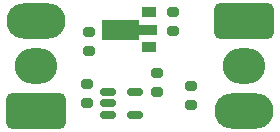
<source format=gbr>
%TF.GenerationSoftware,KiCad,Pcbnew,7.0.7*%
%TF.CreationDate,2023-11-08T00:51:53-05:00*%
%TF.ProjectId,Pixel_Boost,50697865-6c5f-4426-9f6f-73742e6b6963,v2*%
%TF.SameCoordinates,Original*%
%TF.FileFunction,Soldermask,Top*%
%TF.FilePolarity,Negative*%
%FSLAX46Y46*%
G04 Gerber Fmt 4.6, Leading zero omitted, Abs format (unit mm)*
G04 Created by KiCad (PCBNEW 7.0.7) date 2023-11-08 00:51:53*
%MOMM*%
%LPD*%
G01*
G04 APERTURE LIST*
G04 Aperture macros list*
%AMRoundRect*
0 Rectangle with rounded corners*
0 $1 Rounding radius*
0 $2 $3 $4 $5 $6 $7 $8 $9 X,Y pos of 4 corners*
0 Add a 4 corners polygon primitive as box body*
4,1,4,$2,$3,$4,$5,$6,$7,$8,$9,$2,$3,0*
0 Add four circle primitives for the rounded corners*
1,1,$1+$1,$2,$3*
1,1,$1+$1,$4,$5*
1,1,$1+$1,$6,$7*
1,1,$1+$1,$8,$9*
0 Add four rect primitives between the rounded corners*
20,1,$1+$1,$2,$3,$4,$5,0*
20,1,$1+$1,$4,$5,$6,$7,0*
20,1,$1+$1,$6,$7,$8,$9,0*
20,1,$1+$1,$8,$9,$2,$3,0*%
%AMFreePoly0*
4,1,9,3.862500,-0.866500,0.737500,-0.866500,0.737500,-0.450000,-0.737500,-0.450000,-0.737500,0.450000,0.737500,0.450000,0.737500,0.866500,3.862500,0.866500,3.862500,-0.866500,3.862500,-0.866500,$1*%
G04 Aperture macros list end*
%ADD10RoundRect,0.416667X2.083333X-1.083333X2.083333X1.083333X-2.083333X1.083333X-2.083333X-1.083333X0*%
%ADD11O,3.600000X3.000000*%
%ADD12O,5.000000X3.000000*%
%ADD13RoundRect,0.416667X-2.083333X1.083333X-2.083333X-1.083333X2.083333X-1.083333X2.083333X1.083333X0*%
%ADD14RoundRect,0.200000X-0.275000X0.200000X-0.275000X-0.200000X0.275000X-0.200000X0.275000X0.200000X0*%
%ADD15RoundRect,0.200000X0.275000X-0.200000X0.275000X0.200000X-0.275000X0.200000X-0.275000X-0.200000X0*%
%ADD16R,1.300000X0.900000*%
%ADD17FreePoly0,180.000000*%
%ADD18RoundRect,0.150000X-0.512500X-0.150000X0.512500X-0.150000X0.512500X0.150000X-0.512500X0.150000X0*%
G04 APERTURE END LIST*
D10*
%TO.C,J1*%
X142467500Y-116842500D03*
D11*
X142467500Y-113032500D03*
D12*
X142467500Y-109222500D03*
%TD*%
D13*
%TO.C,J2*%
X160020000Y-109260000D03*
D11*
X160020000Y-113070000D03*
D12*
X160020000Y-116880000D03*
%TD*%
D14*
%TO.C,R1*%
X146800000Y-114575000D03*
X146800000Y-116225000D03*
%TD*%
D15*
%TO.C,C3*%
X152700000Y-115285000D03*
X152700000Y-113635000D03*
%TD*%
D16*
%TO.C,U1*%
X152050000Y-111485000D03*
D17*
X151962500Y-109985000D03*
D16*
X152050000Y-108485000D03*
%TD*%
D15*
%TO.C,R2*%
X155600000Y-116375000D03*
X155600000Y-114725000D03*
%TD*%
D18*
%TO.C,U2*%
X148587500Y-115275000D03*
X148587500Y-116225000D03*
X148587500Y-117175000D03*
X150862500Y-117175000D03*
X150862500Y-115275000D03*
%TD*%
D14*
%TO.C,C1*%
X146900000Y-110175000D03*
X146900000Y-111825000D03*
%TD*%
%TO.C,C2*%
X154020000Y-108480000D03*
X154020000Y-110130000D03*
%TD*%
M02*

</source>
